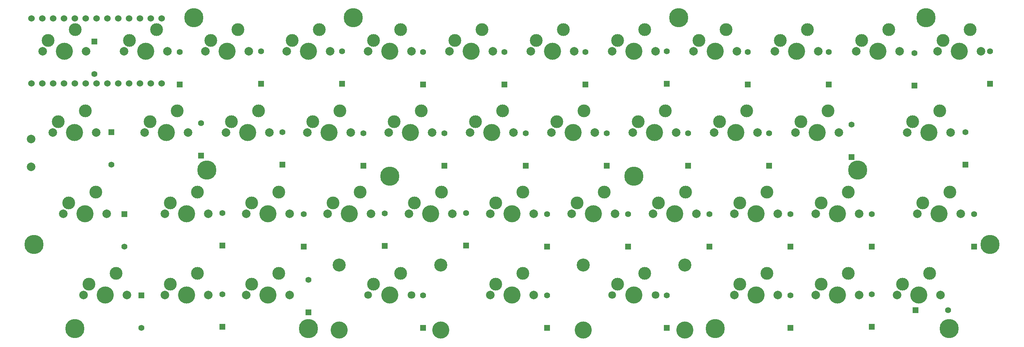
<source format=gbr>
%TF.GenerationSoftware,KiCad,Pcbnew,8.0.6*%
%TF.CreationDate,2025-02-17T10:52:22+09:00*%
%TF.ProjectId,assemble,61737365-6d62-46c6-952e-6b696361645f,rev?*%
%TF.SameCoordinates,Original*%
%TF.FileFunction,Soldermask,Top*%
%TF.FilePolarity,Negative*%
%FSLAX46Y46*%
G04 Gerber Fmt 4.6, Leading zero omitted, Abs format (unit mm)*
G04 Created by KiCad (PCBNEW 8.0.6) date 2025-02-17 10:52:22*
%MOMM*%
%LPD*%
G01*
G04 APERTURE LIST*
%ADD10R,1.397000X1.397000*%
%ADD11C,1.397000*%
%ADD12C,2.000000*%
%ADD13C,3.000000*%
%ADD14C,4.000000*%
%ADD15C,4.500000*%
%ADD16C,3.050000*%
%ADD17C,1.800000*%
%ADD18C,1.524000*%
G04 APERTURE END LIST*
D10*
%TO.C,D2*%
X61000000Y-68965000D03*
D11*
X61000000Y-76585000D03*
%TD*%
D10*
%TO.C,D27*%
X182000000Y-95810000D03*
D11*
X182000000Y-88190000D03*
%TD*%
D12*
%TO.C,SW32*%
X187801250Y-88106250D03*
D13*
X189071250Y-85566250D03*
D14*
X192881250Y-88106250D03*
D13*
X195421250Y-83026250D03*
D12*
X197961250Y-88106250D03*
%TD*%
D10*
%TO.C,D23*%
X163000000Y-95810000D03*
D11*
X163000000Y-88190000D03*
%TD*%
D15*
%TO.C,Ref\u002A\u002A*%
X126208900Y-79295625D03*
%TD*%
D10*
%TO.C,D26*%
X177000000Y-76810000D03*
D11*
X177000000Y-69190000D03*
%TD*%
D15*
%TO.C,Ref\u002A\u002A*%
X117636220Y-42148125D03*
%TD*%
D12*
%TO.C,SW35*%
X202088750Y-69056250D03*
D13*
X203358750Y-66516250D03*
D14*
X207168750Y-69056250D03*
D13*
X209708750Y-63976250D03*
D12*
X212248750Y-69056250D03*
%TD*%
D10*
%TO.C,D8*%
X87000000Y-114585000D03*
D11*
X87000000Y-106965000D03*
%TD*%
D12*
%TO.C,SW22*%
X140176250Y-50006250D03*
D13*
X141446250Y-47466250D03*
D14*
X145256250Y-50006250D03*
D13*
X147796250Y-44926250D03*
D12*
X150336250Y-50006250D03*
%TD*%
D16*
%TO.C,SW25*%
X171460000Y-100156250D03*
D14*
X171460000Y-115396250D03*
D17*
X178280000Y-107156250D03*
D13*
X179550000Y-104616250D03*
D14*
X183360000Y-107156250D03*
D13*
X185900000Y-102076250D03*
D17*
X188440000Y-107156250D03*
D16*
X195260000Y-100156250D03*
D14*
X195260000Y-115396250D03*
%TD*%
D10*
%TO.C,D13*%
X115000000Y-57585000D03*
D11*
X115000000Y-49965000D03*
%TD*%
D10*
%TO.C,D1*%
X57000000Y-47690000D03*
D11*
X57000000Y-55310000D03*
%TD*%
D10*
%TO.C,D7*%
X87000000Y-95585000D03*
D11*
X87000000Y-87965000D03*
%TD*%
D12*
%TO.C,SW10*%
X83026250Y-50000000D03*
D13*
X84296250Y-47460000D03*
D14*
X88106250Y-50000000D03*
D13*
X90646250Y-44920000D03*
D12*
X93186250Y-50000000D03*
%TD*%
D10*
%TO.C,D31*%
X201000000Y-95810000D03*
D11*
X201000000Y-88190000D03*
%TD*%
D10*
%TO.C,D37*%
X229000000Y-57810000D03*
D11*
X229000000Y-50190000D03*
%TD*%
D10*
%TO.C,D34*%
X215000000Y-76810000D03*
D11*
X215000000Y-69190000D03*
%TD*%
D10*
%TO.C,D30*%
X196000000Y-76810000D03*
D11*
X196000000Y-69190000D03*
%TD*%
D10*
%TO.C,D32*%
X239000000Y-114585000D03*
D11*
X239000000Y-106965000D03*
%TD*%
D12*
%TO.C,SW7*%
X68738750Y-69056250D03*
D13*
X70008750Y-66516250D03*
D14*
X73818750Y-69056250D03*
D13*
X76358750Y-63976250D03*
D12*
X78898750Y-69056250D03*
%TD*%
D10*
%TO.C,D9*%
X96000000Y-57620000D03*
D11*
X96000000Y-50000000D03*
%TD*%
D15*
%TO.C,Ref\u002A\u002A*%
X83345500Y-77866875D03*
%TD*%
D10*
%TO.C,D21*%
X153000000Y-57810000D03*
D11*
X153000000Y-50190000D03*
%TD*%
D15*
%TO.C,Ref\u002A\u002A*%
X266705600Y-95250000D03*
%TD*%
D10*
%TO.C,D19*%
X144000000Y-95585000D03*
D11*
X144000000Y-87965000D03*
%TD*%
D10*
%TO.C,D40*%
X263000000Y-95810000D03*
D11*
X263000000Y-88190000D03*
%TD*%
D10*
%TO.C,D36*%
X249322190Y-110728125D03*
D11*
X256942190Y-110728125D03*
%TD*%
D10*
%TO.C,D20*%
X163000000Y-114810000D03*
D11*
X163000000Y-107190000D03*
%TD*%
D12*
%TO.C,SW29*%
X206851250Y-107156250D03*
D13*
X208121250Y-104616250D03*
D14*
X211931250Y-107156250D03*
D13*
X214471250Y-102076250D03*
D12*
X217011250Y-107156250D03*
%TD*%
%TO.C,SW11*%
X87788750Y-69056250D03*
D13*
X89058750Y-66516250D03*
D14*
X92868750Y-69056250D03*
D13*
X95408750Y-63976250D03*
D12*
X97948750Y-69056250D03*
%TD*%
D10*
%TO.C,D10*%
X101000000Y-76585000D03*
D11*
X101000000Y-68965000D03*
%TD*%
D10*
%TO.C,D16*%
X134000000Y-114810000D03*
D11*
X134000000Y-107190000D03*
%TD*%
D12*
%TO.C,SW40*%
X225901250Y-88106250D03*
D13*
X227171250Y-85566250D03*
D14*
X230981250Y-88106250D03*
D13*
X233521250Y-83026250D03*
D12*
X236061250Y-88106250D03*
%TD*%
%TO.C,SW15*%
X106838750Y-69056250D03*
D13*
X108108750Y-66516250D03*
D14*
X111918750Y-69056250D03*
D13*
X114458750Y-63976250D03*
D12*
X116998750Y-69056250D03*
%TD*%
D15*
%TO.C,Ref\u002A\u002A*%
X52388600Y-115014375D03*
%TD*%
D10*
%TO.C,D43*%
X261000000Y-76585000D03*
D11*
X261000000Y-68965000D03*
%TD*%
D12*
%TO.C,SW37*%
X244951250Y-107156250D03*
D13*
X246221250Y-104616250D03*
D14*
X250031250Y-107156250D03*
D13*
X252571250Y-102076250D03*
D12*
X255111250Y-107156250D03*
%TD*%
%TO.C,SW1*%
X42149010Y-77068750D03*
X42149010Y-70568750D03*
%TD*%
%TO.C,SW16*%
X111601250Y-88106250D03*
D13*
X112871250Y-85566250D03*
D14*
X116681250Y-88106250D03*
D13*
X119221250Y-83026250D03*
D12*
X121761250Y-88106250D03*
%TD*%
D10*
%TO.C,D14*%
X120000000Y-76810000D03*
D11*
X120000000Y-69190000D03*
%TD*%
D12*
%TO.C,SW24*%
X149701250Y-88106250D03*
D13*
X150971250Y-85566250D03*
D14*
X154781250Y-88106250D03*
D13*
X157321250Y-83026250D03*
D12*
X159861250Y-88106250D03*
%TD*%
D10*
%TO.C,D39*%
X239000000Y-95810000D03*
D11*
X239000000Y-88190000D03*
%TD*%
D12*
%TO.C,SW23*%
X144938750Y-69056250D03*
D13*
X146208750Y-66516250D03*
D14*
X150018750Y-69056250D03*
D13*
X152558750Y-63976250D03*
D12*
X155098750Y-69056250D03*
%TD*%
%TO.C,SW38*%
X216376250Y-50006250D03*
D13*
X217646250Y-47466250D03*
D14*
X221456250Y-50006250D03*
D13*
X223996250Y-44926250D03*
D12*
X226536250Y-50006250D03*
%TD*%
D10*
%TO.C,D42*%
X266700000Y-57585000D03*
D11*
X266700000Y-49965000D03*
%TD*%
D12*
%TO.C,SW13*%
X92551250Y-107156250D03*
D13*
X93821250Y-104616250D03*
D14*
X97631250Y-107156250D03*
D13*
X100171250Y-102076250D03*
D12*
X102711250Y-107156250D03*
%TD*%
%TO.C,SW20*%
X130651250Y-88106250D03*
D13*
X131921250Y-85566250D03*
D14*
X135731250Y-88106250D03*
D13*
X138271250Y-83026250D03*
D12*
X140811250Y-88106250D03*
%TD*%
%TO.C,SW9*%
X73501250Y-107156250D03*
D13*
X74771250Y-104616250D03*
D14*
X78581250Y-107156250D03*
D13*
X81121250Y-102076250D03*
D12*
X83661250Y-107156250D03*
%TD*%
%TO.C,SW39*%
X221138750Y-69056250D03*
D13*
X222408750Y-66516250D03*
D14*
X226218750Y-69056250D03*
D13*
X228758750Y-63976250D03*
D12*
X231298750Y-69056250D03*
%TD*%
D10*
%TO.C,D11*%
X106000000Y-95810000D03*
D11*
X106000000Y-88190000D03*
%TD*%
D10*
%TO.C,D4*%
X68000000Y-107190000D03*
D11*
X68000000Y-114810000D03*
%TD*%
D10*
%TO.C,D12*%
X107158500Y-111204375D03*
D11*
X107158500Y-103584375D03*
%TD*%
D10*
%TO.C,D28*%
X220000000Y-114810000D03*
D11*
X220000000Y-107190000D03*
%TD*%
D10*
%TO.C,D29*%
X191000000Y-57585000D03*
D11*
X191000000Y-49965000D03*
%TD*%
D12*
%TO.C,SW12*%
X92551250Y-88106250D03*
D13*
X93821250Y-85566250D03*
D14*
X97631250Y-88106250D03*
D13*
X100171250Y-83026250D03*
D12*
X102711250Y-88106250D03*
%TD*%
D10*
%TO.C,D24*%
X191000000Y-114810000D03*
D11*
X191000000Y-107190000D03*
%TD*%
D10*
%TO.C,D38*%
X234319920Y-74771250D03*
D11*
X234319920Y-67151250D03*
%TD*%
D15*
%TO.C,Ref\u002A\u002A*%
X235748700Y-77866875D03*
%TD*%
D12*
%TO.C,SW2*%
X44920000Y-50000000D03*
D13*
X46190000Y-47460000D03*
D14*
X50000000Y-50000000D03*
D13*
X52540000Y-44920000D03*
D12*
X55080000Y-50000000D03*
%TD*%
D15*
%TO.C,Ref\u002A\u002A*%
X251703410Y-42148125D03*
%TD*%
D10*
%TO.C,D33*%
X210000000Y-57810000D03*
D11*
X210000000Y-50190000D03*
%TD*%
D12*
%TO.C,SW36*%
X206851250Y-88106250D03*
D13*
X208121250Y-85566250D03*
D14*
X211931250Y-88106250D03*
D13*
X214471250Y-83026250D03*
D12*
X217011250Y-88106250D03*
%TD*%
D15*
%TO.C,Ref\u002A\u002A*%
X107158500Y-115014375D03*
%TD*%
D12*
%TO.C,SW21*%
X149701250Y-107156250D03*
D13*
X150971250Y-104616250D03*
D14*
X154781250Y-107156250D03*
D13*
X157321250Y-102076250D03*
D12*
X159861250Y-107156250D03*
%TD*%
%TO.C,SW27*%
X163988750Y-69056250D03*
D13*
X165258750Y-66516250D03*
D14*
X169068750Y-69056250D03*
D13*
X171608750Y-63976250D03*
D12*
X174148750Y-69056250D03*
%TD*%
%TO.C,SW33*%
X225901250Y-107156250D03*
D13*
X227171250Y-104616250D03*
D14*
X230981250Y-107156250D03*
D13*
X233521250Y-102076250D03*
D12*
X236061250Y-107156250D03*
%TD*%
%TO.C,SW41*%
X249713750Y-88106250D03*
D13*
X250983750Y-85566250D03*
D14*
X254793750Y-88106250D03*
D13*
X257333750Y-83026250D03*
D12*
X259873750Y-88106250D03*
%TD*%
%TO.C,SW31*%
X183038750Y-69056250D03*
D13*
X184308750Y-66516250D03*
D14*
X188118750Y-69056250D03*
D13*
X190658750Y-63976250D03*
D12*
X193198750Y-69056250D03*
%TD*%
D10*
%TO.C,D3*%
X64000000Y-88190000D03*
D11*
X64000000Y-95810000D03*
%TD*%
D12*
%TO.C,SW5*%
X54451250Y-107156250D03*
D13*
X55721250Y-104616250D03*
D14*
X59531250Y-107156250D03*
D13*
X62071250Y-102076250D03*
D12*
X64611250Y-107156250D03*
%TD*%
%TO.C,SW19*%
X125888750Y-69056250D03*
D13*
X127158750Y-66516250D03*
D14*
X130968750Y-69056250D03*
D13*
X133508750Y-63976250D03*
D12*
X136048750Y-69056250D03*
%TD*%
D15*
%TO.C,Ref\u002A\u002A*%
X42863400Y-95250000D03*
%TD*%
%TO.C,Ref\u002A\u002A*%
X80249810Y-42148125D03*
%TD*%
D10*
%TO.C,D5*%
X77000000Y-57810000D03*
D11*
X77000000Y-50190000D03*
%TD*%
D10*
%TO.C,D35*%
X220000000Y-95810000D03*
D11*
X220000000Y-88190000D03*
%TD*%
D12*
%TO.C,SW4*%
X49680000Y-88100000D03*
D13*
X50950000Y-85560000D03*
D14*
X54760000Y-88100000D03*
D13*
X57300000Y-83020000D03*
D12*
X59840000Y-88100000D03*
%TD*%
%TO.C,SW42*%
X235426250Y-50006250D03*
D13*
X236696250Y-47466250D03*
D14*
X240506250Y-50006250D03*
D13*
X243046250Y-44926250D03*
D12*
X245586250Y-50006250D03*
%TD*%
D10*
%TO.C,D6*%
X82000000Y-74425000D03*
D11*
X82000000Y-66805000D03*
%TD*%
D15*
%TO.C,Ref\u002A\u002A*%
X193837820Y-42148125D03*
%TD*%
D12*
%TO.C,SW30*%
X178276250Y-50006250D03*
D13*
X179546250Y-47466250D03*
D14*
X183356250Y-50006250D03*
D13*
X185896250Y-44926250D03*
D12*
X188436250Y-50006250D03*
%TD*%
D15*
%TO.C,Ref\u002A\u002A*%
X257180425Y-115014375D03*
%TD*%
D12*
%TO.C,SW3*%
X47300000Y-69050000D03*
D13*
X48570000Y-66510000D03*
D14*
X52380000Y-69050000D03*
D13*
X54920000Y-63970000D03*
D12*
X57460000Y-69050000D03*
%TD*%
D10*
%TO.C,D18*%
X139000000Y-76810000D03*
D11*
X139000000Y-69190000D03*
%TD*%
D10*
%TO.C,D15*%
X125000000Y-95620000D03*
D11*
X125000000Y-88000000D03*
%TD*%
D12*
%TO.C,SW26*%
X159226250Y-50000000D03*
D13*
X160496250Y-47460000D03*
D14*
X164306250Y-50000000D03*
D13*
X166846250Y-44920000D03*
D12*
X169386250Y-50000000D03*
%TD*%
D15*
%TO.C,Ref\u002A\u002A*%
X183360100Y-79295625D03*
%TD*%
D12*
%TO.C,SW18*%
X121126250Y-50006250D03*
D13*
X122396250Y-47466250D03*
D14*
X126206250Y-50006250D03*
D13*
X128746250Y-44926250D03*
D12*
X131286250Y-50006250D03*
%TD*%
D15*
%TO.C,Ref\u002A\u002A*%
X202410500Y-115014375D03*
%TD*%
D10*
%TO.C,D41*%
X249000000Y-58035000D03*
D11*
X249000000Y-50415000D03*
%TD*%
D10*
%TO.C,D17*%
X134000000Y-57810000D03*
D11*
X134000000Y-50190000D03*
%TD*%
D12*
%TO.C,SW44*%
X247340000Y-69056250D03*
D13*
X248610000Y-66516250D03*
D14*
X252420000Y-69056250D03*
D13*
X254960000Y-63976250D03*
D12*
X257500000Y-69056250D03*
%TD*%
%TO.C,SW14*%
X102076250Y-50006250D03*
D13*
X103346250Y-47466250D03*
D14*
X107156250Y-50006250D03*
D13*
X109696250Y-44926250D03*
D12*
X112236250Y-50006250D03*
%TD*%
%TO.C,SW8*%
X73492500Y-88106250D03*
D13*
X74762500Y-85566250D03*
D14*
X78572500Y-88106250D03*
D13*
X81112500Y-83026250D03*
D12*
X83652500Y-88106250D03*
%TD*%
D10*
%TO.C,D22*%
X158000000Y-76810000D03*
D11*
X158000000Y-69190000D03*
%TD*%
D12*
%TO.C,SW43*%
X254476250Y-50000000D03*
D13*
X255746250Y-47460000D03*
D14*
X259556250Y-50000000D03*
D13*
X262096250Y-44920000D03*
D12*
X264636250Y-50000000D03*
%TD*%
%TO.C,SW34*%
X197326250Y-50006250D03*
D13*
X198596250Y-47466250D03*
D14*
X202406250Y-50006250D03*
D13*
X204946250Y-44926250D03*
D12*
X207486250Y-50006250D03*
%TD*%
%TO.C,SW6*%
X63976250Y-50000000D03*
D13*
X65246250Y-47460000D03*
D14*
X69056250Y-50000000D03*
D13*
X71596250Y-44920000D03*
D12*
X74136250Y-50000000D03*
%TD*%
D16*
%TO.C,SW17*%
X114300000Y-100156250D03*
D14*
X114300000Y-115396250D03*
D17*
X121120000Y-107156250D03*
D13*
X122390000Y-104616250D03*
D14*
X126200000Y-107156250D03*
D13*
X128740000Y-102076250D03*
D17*
X131280000Y-107156250D03*
D16*
X138100000Y-100156250D03*
D14*
X138100000Y-115396250D03*
%TD*%
D10*
%TO.C,D25*%
X172000000Y-57810000D03*
D11*
X172000000Y-50190000D03*
%TD*%
D12*
%TO.C,SW28*%
X168751250Y-88106250D03*
D13*
X170021250Y-85566250D03*
D14*
X173831250Y-88106250D03*
D13*
X176371250Y-83026250D03*
D12*
X178911250Y-88106250D03*
%TD*%
D18*
%TO.C,U1*%
X44832000Y-42286400D03*
X47372000Y-42286400D03*
X49912000Y-42286400D03*
X52452000Y-42286400D03*
X54992000Y-42286400D03*
X57532000Y-42286400D03*
X60072000Y-42286400D03*
X62612000Y-42286400D03*
X65152000Y-42286400D03*
X67692000Y-42286400D03*
X70232000Y-42286400D03*
X72772000Y-42286400D03*
X72772000Y-57506400D03*
X70232000Y-57506400D03*
X67692000Y-57506400D03*
X65152000Y-57506400D03*
X62612000Y-57506400D03*
X60072000Y-57506400D03*
X57532000Y-57506400D03*
X54992000Y-57506400D03*
X52452000Y-57506400D03*
X49912000Y-57506400D03*
X47372000Y-57506400D03*
X44832000Y-57506400D03*
X42292000Y-57506400D03*
X42292000Y-42286400D03*
%TD*%
M02*

</source>
